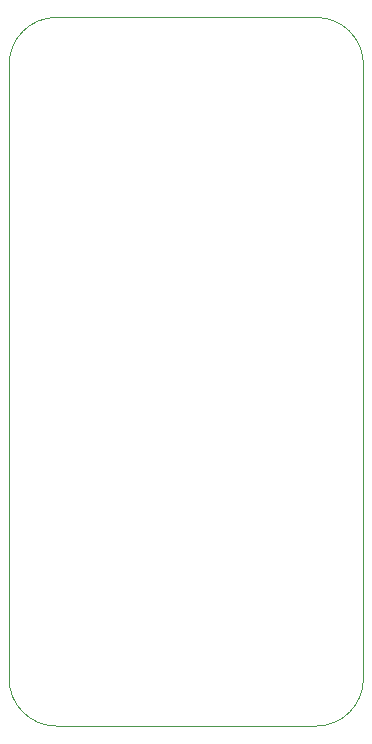
<source format=gbr>
%TF.GenerationSoftware,KiCad,Pcbnew,(5.1.6-0-10_14)*%
%TF.CreationDate,2020-08-18T03:36:25-05:00*%
%TF.ProjectId,Remote,52656d6f-7465-42e6-9b69-6361645f7063,rev?*%
%TF.SameCoordinates,Original*%
%TF.FileFunction,Profile,NP*%
%FSLAX46Y46*%
G04 Gerber Fmt 4.6, Leading zero omitted, Abs format (unit mm)*
G04 Created by KiCad (PCBNEW (5.1.6-0-10_14)) date 2020-08-18 03:36:25*
%MOMM*%
%LPD*%
G01*
G04 APERTURE LIST*
%TA.AperFunction,Profile*%
%ADD10C,0.038100*%
%TD*%
G04 APERTURE END LIST*
D10*
X148036000Y-93052000D02*
G75*
G02*
X152036000Y-97052000I0J-4000000D01*
G01*
X152036000Y-149052000D02*
G75*
G02*
X148036000Y-153052000I-4000000J0D01*
G01*
X126036000Y-153052000D02*
G75*
G02*
X122036000Y-149052000I0J4000000D01*
G01*
X122036000Y-97052000D02*
G75*
G02*
X126036000Y-93052000I4000000J0D01*
G01*
X122036000Y-149052000D02*
X122036000Y-97052000D01*
X148036000Y-153052000D02*
X126036000Y-153052000D01*
X152036000Y-97052000D02*
X152036000Y-149052000D01*
X126036000Y-93052000D02*
X148036000Y-93052000D01*
M02*

</source>
